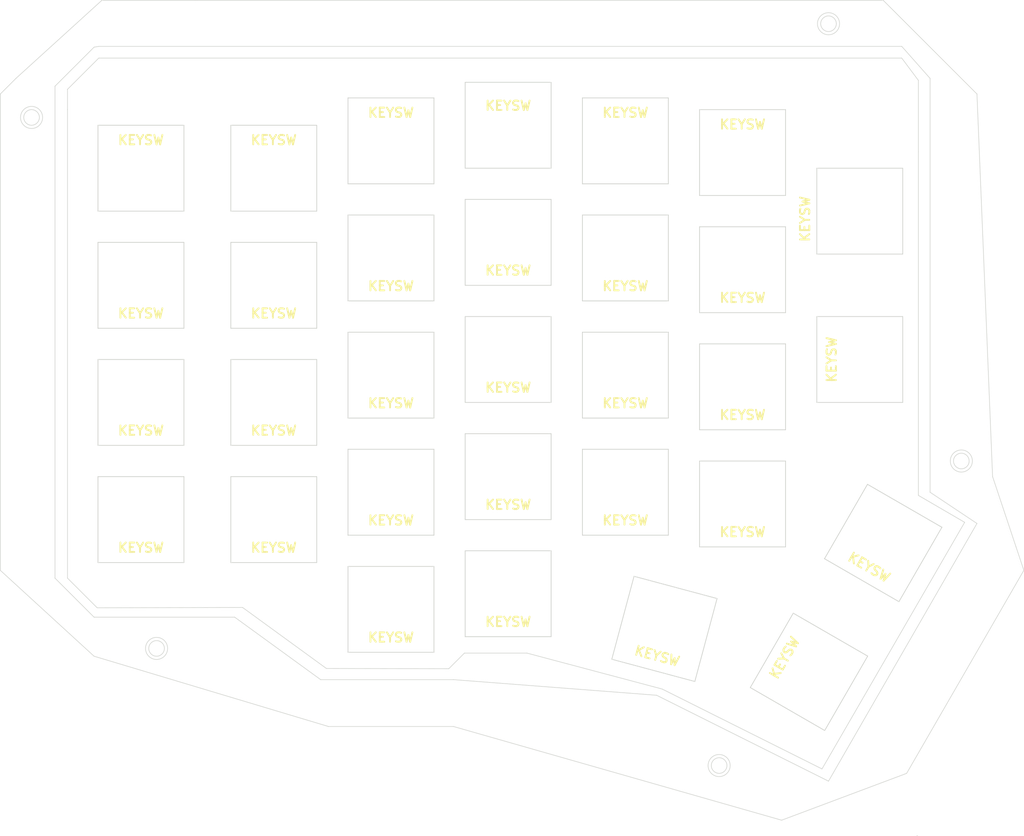
<source format=kicad_pcb>
(kicad_pcb (version 20171130) (host pcbnew "(5.1.2)-2")

  (general
    (thickness 1.6)
    (drawings 57)
    (tracks 0)
    (zones 0)
    (modules 31)
    (nets 1)
  )

  (page A4)
  (title_block
    (title "Redox keyboard PCB")
    (date 2018-05-05)
    (rev 1.0)
    (comment 1 "designed by Mattia Dal Ben (aka u/TiaMaT102)")
    (comment 2 https://github.com/mattdibi/redox-keyboard)
  )

  (layers
    (0 F.Cu signal)
    (31 B.Cu signal hide)
    (32 B.Adhes user hide)
    (33 F.Adhes user hide)
    (34 B.Paste user hide)
    (35 F.Paste user hide)
    (36 B.SilkS user hide)
    (37 F.SilkS user hide)
    (38 B.Mask user hide)
    (39 F.Mask user hide)
    (40 Dwgs.User user hide)
    (41 Cmts.User user hide)
    (42 Eco1.User user hide)
    (43 Eco2.User user hide)
    (44 Edge.Cuts user)
    (45 Margin user hide)
    (46 B.CrtYd user hide)
    (47 F.CrtYd user hide)
    (48 B.Fab user hide)
    (49 F.Fab user hide)
  )

  (setup
    (last_trace_width 0.25)
    (trace_clearance 0.2)
    (zone_clearance 0.508)
    (zone_45_only no)
    (trace_min 0.2)
    (via_size 0.6)
    (via_drill 0.4)
    (via_min_size 0.4)
    (via_min_drill 0.3)
    (uvia_size 0.3)
    (uvia_drill 0.1)
    (uvias_allowed no)
    (uvia_min_size 0.2)
    (uvia_min_drill 0.1)
    (edge_width 0.1)
    (segment_width 0.2)
    (pcb_text_width 0.3)
    (pcb_text_size 1.5 1.5)
    (mod_edge_width 0.15)
    (mod_text_size 1 1)
    (mod_text_width 0.15)
    (pad_size 1.5 1.5)
    (pad_drill 0.6)
    (pad_to_mask_clearance 0)
    (aux_axis_origin 0 0)
    (visible_elements 7FFFFFFF)
    (pcbplotparams
      (layerselection 0x010fc_ffffffff)
      (usegerberextensions true)
      (usegerberattributes false)
      (usegerberadvancedattributes false)
      (creategerberjobfile false)
      (excludeedgelayer true)
      (linewidth 0.100000)
      (plotframeref false)
      (viasonmask false)
      (mode 1)
      (useauxorigin false)
      (hpglpennumber 1)
      (hpglpenspeed 20)
      (hpglpendiameter 15.000000)
      (psnegative false)
      (psa4output false)
      (plotreference true)
      (plotvalue true)
      (plotinvisibletext false)
      (padsonsilk false)
      (subtractmaskfromsilk false)
      (outputformat 1)
      (mirror false)
      (drillshape 0)
      (scaleselection 1)
      (outputdirectory "gerber_files/"))
  )

  (net 0 "")

  (net_class Default "Questo è il gruppo di collegamenti predefinito"
    (clearance 0.2)
    (trace_width 0.25)
    (via_dia 0.6)
    (via_drill 0.4)
    (uvia_dia 0.3)
    (uvia_drill 0.1)
  )

  (module pcb:SW_Cherry_MX_1.00u_PCB (layer F.Cu) (tedit 5DB3E7C9) (tstamp 5A80A406)
    (at 151.13 59.69 180)
    (descr "Cherry MX keyswitch, 1.00u, PCB mount, http://cherryamericas.com/wp-content/uploads/2014/12/mx_cat.pdf")
    (tags "Cherry MX keyswitch 1.00u PCB")
    (path /5A809203)
    (fp_text reference K3 (at -0.22 2.79 180) (layer F.SilkS) hide
      (effects (font (size 1 1) (thickness 0.2)))
    )
    (fp_text value KEYSW (at 0 3.175 180) (layer F.SilkS)
      (effects (font (size 1.524 1.524) (thickness 0.3048)))
    )
    (fp_line (start -6.985 6.985) (end -6.985 -6.985) (layer Edge.Cuts) (width 0.12))
    (fp_line (start 6.985 6.985) (end -6.985 6.985) (layer Edge.Cuts) (width 0.12))
    (fp_line (start 6.985 -6.985) (end 6.985 6.985) (layer Edge.Cuts) (width 0.12))
    (fp_line (start -6.985 -6.985) (end 6.985 -6.985) (layer Edge.Cuts) (width 0.12))
    (fp_line (start -9.525 9.525) (end -9.525 -9.525) (layer Dwgs.User) (width 0.15))
    (fp_line (start 9.525 9.525) (end -9.525 9.525) (layer Dwgs.User) (width 0.15))
    (fp_line (start 9.525 -9.525) (end 9.525 9.525) (layer Dwgs.User) (width 0.15))
    (fp_line (start -9.525 -9.525) (end 9.525 -9.525) (layer Dwgs.User) (width 0.15))
    (fp_text user %R (at 0 -7.874) (layer F.Fab)
      (effects (font (size 1 1) (thickness 0.15)))
    )
    (model ${KISYS3DMOD}/Button_Switch_Keyboard.3dshapes/SW_Cherry_MX_1.00u_PCB.wrl
      (at (xyz 0 0 0))
      (scale (xyz 1 1 1))
      (rotate (xyz 0 0 0))
    )
  )

  (module pcb:SW_Cherry_MX_1.00u_PCB (layer F.Cu) (tedit 5DB3E7C9) (tstamp 5A80A523)
    (at 170.18 100.33)
    (descr "Cherry MX keyswitch, 1.00u, PCB mount, http://cherryamericas.com/wp-content/uploads/2014/12/mx_cat.pdf")
    (tags "Cherry MX keyswitch 1.00u PCB")
    (path /5A80ABBE)
    (fp_text reference K24 (at -0.22 2.79) (layer F.SilkS) hide
      (effects (font (size 1 1) (thickness 0.2)))
    )
    (fp_text value KEYSW (at 0 4.572) (layer F.SilkS)
      (effects (font (size 1.524 1.524) (thickness 0.3048)))
    )
    (fp_line (start -6.985 6.985) (end -6.985 -6.985) (layer Edge.Cuts) (width 0.12))
    (fp_line (start 6.985 6.985) (end -6.985 6.985) (layer Edge.Cuts) (width 0.12))
    (fp_line (start 6.985 -6.985) (end 6.985 6.985) (layer Edge.Cuts) (width 0.12))
    (fp_line (start -6.985 -6.985) (end 6.985 -6.985) (layer Edge.Cuts) (width 0.12))
    (fp_line (start -9.525 9.525) (end -9.525 -9.525) (layer Dwgs.User) (width 0.15))
    (fp_line (start 9.525 9.525) (end -9.525 9.525) (layer Dwgs.User) (width 0.15))
    (fp_line (start 9.525 -9.525) (end 9.525 9.525) (layer Dwgs.User) (width 0.15))
    (fp_line (start -9.525 -9.525) (end 9.525 -9.525) (layer Dwgs.User) (width 0.15))
    (fp_text user %R (at 0 -7.874) (layer F.Fab)
      (effects (font (size 1 1) (thickness 0.15)))
    )
    (model ${KISYS3DMOD}/Button_Switch_Keyboard.3dshapes/SW_Cherry_MX_1.00u_PCB.wrl
      (at (xyz 0 0 0))
      (scale (xyz 1 1 1))
      (rotate (xyz 0 0 0))
    )
  )

  (module pcb:SW_Cherry_MX_1.00u_PCB (layer F.Cu) (tedit 5DB3E7C9) (tstamp 5A80A640)
    (at 200.025 148.59 240)
    (descr "Cherry MX keyswitch, 1.00u, PCB mount, http://cherryamericas.com/wp-content/uploads/2014/12/mx_cat.pdf")
    (tags "Cherry MX keyswitch 1.00u PCB")
    (path /5A80E4D4)
    (fp_text reference K45 (at -0.254 2.794 240) (layer F.SilkS) hide
      (effects (font (size 1 1) (thickness 0.2)))
    )
    (fp_text value KEYSW (at 0 4.572 240) (layer F.SilkS)
      (effects (font (size 1.524 1.524) (thickness 0.3048)))
    )
    (fp_line (start -6.985 6.985) (end -6.985 -6.985) (layer Edge.Cuts) (width 0.12))
    (fp_line (start 6.985 6.985) (end -6.985 6.985) (layer Edge.Cuts) (width 0.12))
    (fp_line (start 6.985 -6.985) (end 6.985 6.985) (layer Edge.Cuts) (width 0.12))
    (fp_line (start -6.985 -6.985) (end 6.985 -6.985) (layer Edge.Cuts) (width 0.12))
    (fp_line (start -9.525 9.525) (end -9.525 -9.525) (layer Dwgs.User) (width 0.15))
    (fp_line (start 9.525 9.525) (end -9.525 9.525) (layer Dwgs.User) (width 0.15))
    (fp_line (start 9.525 -9.525) (end 9.525 9.525) (layer Dwgs.User) (width 0.15))
    (fp_line (start -9.525 -9.525) (end 9.525 -9.525) (layer Dwgs.User) (width 0.15))
    (fp_text user %R (at 0 -7.874 60) (layer F.Fab)
      (effects (font (size 1 1) (thickness 0.15)))
    )
    (model ${KISYS3DMOD}/Button_Switch_Keyboard.3dshapes/SW_Cherry_MX_1.00u_PCB.wrl
      (at (xyz 0 0 0))
      (scale (xyz 1 1 1))
      (rotate (xyz 0 0 0))
    )
  )

  (module pcb:SW_Cherry_MX_1.00u_PCB (layer F.Cu) (tedit 5DB3E7C9) (tstamp 5A80A4C4)
    (at 208.28 97.79 270)
    (descr "Cherry MX keyswitch, 1.00u, PCB mount, http://cherryamericas.com/wp-content/uploads/2014/12/mx_cat.pdf")
    (tags "Cherry MX keyswitch 1.00u PCB")
    (path /5A809C6B)
    (fp_text reference K16 (at -0.254 2.794 270) (layer F.SilkS) hide
      (effects (font (size 1 1) (thickness 0.2)))
    )
    (fp_text value KEYSW (at 0 4.572 270) (layer F.SilkS)
      (effects (font (size 1.524 1.524) (thickness 0.3048)))
    )
    (fp_line (start -6.985 6.985) (end -6.985 -6.985) (layer Edge.Cuts) (width 0.12))
    (fp_line (start 6.985 6.985) (end -6.985 6.985) (layer Edge.Cuts) (width 0.12))
    (fp_line (start 6.985 -6.985) (end 6.985 6.985) (layer Edge.Cuts) (width 0.12))
    (fp_line (start -6.985 -6.985) (end 6.985 -6.985) (layer Edge.Cuts) (width 0.12))
    (fp_line (start -9.525 9.525) (end -9.525 -9.525) (layer Dwgs.User) (width 0.15))
    (fp_line (start 9.525 9.525) (end -9.525 9.525) (layer Dwgs.User) (width 0.15))
    (fp_line (start 9.525 -9.525) (end 9.525 9.525) (layer Dwgs.User) (width 0.15))
    (fp_line (start -9.525 -9.525) (end 9.525 -9.525) (layer Dwgs.User) (width 0.15))
    (fp_text user %R (at 0 -7.874 90) (layer F.Fab)
      (effects (font (size 1 1) (thickness 0.15)))
    )
    (model ${KISYS3DMOD}/Button_Switch_Keyboard.3dshapes/SW_Cherry_MX_1.00u_PCB.wrl
      (at (xyz 0 0 0))
      (scale (xyz 1 1 1))
      (rotate (xyz 0 0 0))
    )
  )

  (module pcb:SW_Cherry_MX_1.00u_PCB (layer F.Cu) (tedit 5DB3E7C9) (tstamp 5A80A3E0)
    (at 113.03 66.675 180)
    (descr "Cherry MX keyswitch, 1.00u, PCB mount, http://cherryamericas.com/wp-content/uploads/2014/12/mx_cat.pdf")
    (tags "Cherry MX keyswitch 1.00u PCB")
    (path /5A809089)
    (fp_text reference K1 (at -0.22 2.79 180) (layer F.SilkS) hide
      (effects (font (size 1 1) (thickness 0.2)))
    )
    (fp_text value KEYSW (at 0 4.572 180) (layer F.SilkS)
      (effects (font (size 1.524 1.524) (thickness 0.3048)))
    )
    (fp_line (start -6.985 6.985) (end -6.985 -6.985) (layer Edge.Cuts) (width 0.12))
    (fp_line (start 6.985 6.985) (end -6.985 6.985) (layer Edge.Cuts) (width 0.12))
    (fp_line (start 6.985 -6.985) (end 6.985 6.985) (layer Edge.Cuts) (width 0.12))
    (fp_line (start -6.985 -6.985) (end 6.985 -6.985) (layer Edge.Cuts) (width 0.12))
    (fp_line (start -9.525 9.525) (end -9.525 -9.525) (layer Dwgs.User) (width 0.15))
    (fp_line (start 9.525 9.525) (end -9.525 9.525) (layer Dwgs.User) (width 0.15))
    (fp_line (start 9.525 -9.525) (end 9.525 9.525) (layer Dwgs.User) (width 0.15))
    (fp_line (start -9.525 -9.525) (end 9.525 -9.525) (layer Dwgs.User) (width 0.15))
    (fp_text user %R (at 0 -7.874) (layer F.Fab)
      (effects (font (size 1 1) (thickness 0.15)))
    )
    (model ${KISYS3DMOD}/Button_Switch_Keyboard.3dshapes/SW_Cherry_MX_1.00u_PCB.wrl
      (at (xyz 0 0 0))
      (scale (xyz 1 1 1))
      (rotate (xyz 0 0 0))
    )
  )

  (module pcb:SW_Cherry_MX_1.00u_PCB (layer F.Cu) (tedit 5DB3E7C9) (tstamp 5A80A3F3)
    (at 132.08 62.23 180)
    (descr "Cherry MX keyswitch, 1.00u, PCB mount, http://cherryamericas.com/wp-content/uploads/2014/12/mx_cat.pdf")
    (tags "Cherry MX keyswitch 1.00u PCB")
    (path /5A8091F6)
    (fp_text reference K2 (at -0.22 2.79 180) (layer F.SilkS) hide
      (effects (font (size 1 1) (thickness 0.2)))
    )
    (fp_text value KEYSW (at 0 4.572 180) (layer F.SilkS)
      (effects (font (size 1.524 1.524) (thickness 0.3048)))
    )
    (fp_line (start -6.985 6.985) (end -6.985 -6.985) (layer Edge.Cuts) (width 0.12))
    (fp_line (start 6.985 6.985) (end -6.985 6.985) (layer Edge.Cuts) (width 0.12))
    (fp_line (start 6.985 -6.985) (end 6.985 6.985) (layer Edge.Cuts) (width 0.12))
    (fp_line (start -6.985 -6.985) (end 6.985 -6.985) (layer Edge.Cuts) (width 0.12))
    (fp_line (start -9.525 9.525) (end -9.525 -9.525) (layer Dwgs.User) (width 0.15))
    (fp_line (start 9.525 9.525) (end -9.525 9.525) (layer Dwgs.User) (width 0.15))
    (fp_line (start 9.525 -9.525) (end 9.525 9.525) (layer Dwgs.User) (width 0.15))
    (fp_line (start -9.525 -9.525) (end 9.525 -9.525) (layer Dwgs.User) (width 0.15))
    (fp_text user %R (at 0 -7.874) (layer F.Fab)
      (effects (font (size 1 1) (thickness 0.15)))
    )
    (model ${KISYS3DMOD}/Button_Switch_Keyboard.3dshapes/SW_Cherry_MX_1.00u_PCB.wrl
      (at (xyz 0 0 0))
      (scale (xyz 1 1 1))
      (rotate (xyz 0 0 0))
    )
  )

  (module pcb:SW_Cherry_MX_1.00u_PCB (layer F.Cu) (tedit 5DB3E7C9) (tstamp 5A80A419)
    (at 170.18 62.23 180)
    (descr "Cherry MX keyswitch, 1.00u, PCB mount, http://cherryamericas.com/wp-content/uploads/2014/12/mx_cat.pdf")
    (tags "Cherry MX keyswitch 1.00u PCB")
    (path /5A80948D)
    (fp_text reference K4 (at -0.22 2.79 180) (layer F.SilkS) hide
      (effects (font (size 1 1) (thickness 0.2)))
    )
    (fp_text value KEYSW (at 0 4.572 180) (layer F.SilkS)
      (effects (font (size 1.524 1.524) (thickness 0.3048)))
    )
    (fp_line (start -6.985 6.985) (end -6.985 -6.985) (layer Edge.Cuts) (width 0.12))
    (fp_line (start 6.985 6.985) (end -6.985 6.985) (layer Edge.Cuts) (width 0.12))
    (fp_line (start 6.985 -6.985) (end 6.985 6.985) (layer Edge.Cuts) (width 0.12))
    (fp_line (start -6.985 -6.985) (end 6.985 -6.985) (layer Edge.Cuts) (width 0.12))
    (fp_line (start -9.525 9.525) (end -9.525 -9.525) (layer Dwgs.User) (width 0.15))
    (fp_line (start 9.525 9.525) (end -9.525 9.525) (layer Dwgs.User) (width 0.15))
    (fp_line (start 9.525 -9.525) (end 9.525 9.525) (layer Dwgs.User) (width 0.15))
    (fp_line (start -9.525 -9.525) (end 9.525 -9.525) (layer Dwgs.User) (width 0.15))
    (fp_text user %R (at 0 -7.874) (layer F.Fab)
      (effects (font (size 1 1) (thickness 0.15)))
    )
    (model ${KISYS3DMOD}/Button_Switch_Keyboard.3dshapes/SW_Cherry_MX_1.00u_PCB.wrl
      (at (xyz 0 0 0))
      (scale (xyz 1 1 1))
      (rotate (xyz 0 0 0))
    )
  )

  (module pcb:SW_Cherry_MX_1.00u_PCB (layer F.Cu) (tedit 5DB3E7C9) (tstamp 5A80A42C)
    (at 189.23 64.135 180)
    (descr "Cherry MX keyswitch, 1.00u, PCB mount, http://cherryamericas.com/wp-content/uploads/2014/12/mx_cat.pdf")
    (tags "Cherry MX keyswitch 1.00u PCB")
    (path /5A80949A)
    (fp_text reference K5 (at -0.22 2.79 180) (layer F.SilkS) hide
      (effects (font (size 1 1) (thickness 0.2)))
    )
    (fp_text value KEYSW (at 0 4.572 180) (layer F.SilkS)
      (effects (font (size 1.524 1.524) (thickness 0.3048)))
    )
    (fp_line (start -6.985 6.985) (end -6.985 -6.985) (layer Edge.Cuts) (width 0.12))
    (fp_line (start 6.985 6.985) (end -6.985 6.985) (layer Edge.Cuts) (width 0.12))
    (fp_line (start 6.985 -6.985) (end 6.985 6.985) (layer Edge.Cuts) (width 0.12))
    (fp_line (start -6.985 -6.985) (end 6.985 -6.985) (layer Edge.Cuts) (width 0.12))
    (fp_line (start -9.525 9.525) (end -9.525 -9.525) (layer Dwgs.User) (width 0.15))
    (fp_line (start 9.525 9.525) (end -9.525 9.525) (layer Dwgs.User) (width 0.15))
    (fp_line (start 9.525 -9.525) (end 9.525 9.525) (layer Dwgs.User) (width 0.15))
    (fp_line (start -9.525 -9.525) (end 9.525 -9.525) (layer Dwgs.User) (width 0.15))
    (fp_text user %R (at 0 -7.874) (layer F.Fab)
      (effects (font (size 1 1) (thickness 0.15)))
    )
    (model ${KISYS3DMOD}/Button_Switch_Keyboard.3dshapes/SW_Cherry_MX_1.00u_PCB.wrl
      (at (xyz 0 0 0))
      (scale (xyz 1 1 1))
      (rotate (xyz 0 0 0))
    )
  )

  (module pcb:SW_Cherry_MX_1.00u_PCB (layer F.Cu) (tedit 5DB3E7C9) (tstamp 5A80A43F)
    (at 208.28 73.66 180)
    (descr "Cherry MX keyswitch, 1.00u, PCB mount, http://cherryamericas.com/wp-content/uploads/2014/12/mx_cat.pdf")
    (tags "Cherry MX keyswitch 1.00u PCB")
    (path /5A8094A7)
    (fp_text reference K6 (at -0.22 2.79 180) (layer F.SilkS) hide
      (effects (font (size 1 1) (thickness 0.2)))
    )
    (fp_text value KEYSW (at 8.89 -1.27 270) (layer F.SilkS)
      (effects (font (size 1.524 1.524) (thickness 0.3048)))
    )
    (fp_line (start -6.985 6.985) (end -6.985 -6.985) (layer Edge.Cuts) (width 0.12))
    (fp_line (start 6.985 6.985) (end -6.985 6.985) (layer Edge.Cuts) (width 0.12))
    (fp_line (start 6.985 -6.985) (end 6.985 6.985) (layer Edge.Cuts) (width 0.12))
    (fp_line (start -6.985 -6.985) (end 6.985 -6.985) (layer Edge.Cuts) (width 0.12))
    (fp_line (start -9.525 9.525) (end -9.525 -9.525) (layer Dwgs.User) (width 0.15))
    (fp_line (start 9.525 9.525) (end -9.525 9.525) (layer Dwgs.User) (width 0.15))
    (fp_line (start 9.525 -9.525) (end 9.525 9.525) (layer Dwgs.User) (width 0.15))
    (fp_line (start -9.525 -9.525) (end 9.525 -9.525) (layer Dwgs.User) (width 0.15))
    (fp_text user %R (at 0 -7.874) (layer F.Fab)
      (effects (font (size 1 1) (thickness 0.15)))
    )
    (model ${KISYS3DMOD}/Button_Switch_Keyboard.3dshapes/SW_Cherry_MX_1.00u_PCB.wrl
      (at (xyz 0 0 0))
      (scale (xyz 1 1 1))
      (rotate (xyz 0 0 0))
    )
  )

  (module pcb:SW_Cherry_MX_1.00u_PCB (layer F.Cu) (tedit 5DB3E7C9) (tstamp 5A80A465)
    (at 113.03 85.725)
    (descr "Cherry MX keyswitch, 1.00u, PCB mount, http://cherryamericas.com/wp-content/uploads/2014/12/mx_cat.pdf")
    (tags "Cherry MX keyswitch 1.00u PCB")
    (path /5A809C2A)
    (fp_text reference K11 (at -0.22 2.79) (layer F.SilkS) hide
      (effects (font (size 1 1) (thickness 0.2)))
    )
    (fp_text value KEYSW (at 0 4.572) (layer F.SilkS)
      (effects (font (size 1.524 1.524) (thickness 0.3048)))
    )
    (fp_line (start -6.985 6.985) (end -6.985 -6.985) (layer Edge.Cuts) (width 0.12))
    (fp_line (start 6.985 6.985) (end -6.985 6.985) (layer Edge.Cuts) (width 0.12))
    (fp_line (start 6.985 -6.985) (end 6.985 6.985) (layer Edge.Cuts) (width 0.12))
    (fp_line (start -6.985 -6.985) (end 6.985 -6.985) (layer Edge.Cuts) (width 0.12))
    (fp_line (start -9.525 9.525) (end -9.525 -9.525) (layer Dwgs.User) (width 0.15))
    (fp_line (start 9.525 9.525) (end -9.525 9.525) (layer Dwgs.User) (width 0.15))
    (fp_line (start 9.525 -9.525) (end 9.525 9.525) (layer Dwgs.User) (width 0.15))
    (fp_line (start -9.525 -9.525) (end 9.525 -9.525) (layer Dwgs.User) (width 0.15))
    (fp_text user %R (at 0 -7.874) (layer F.Fab)
      (effects (font (size 1 1) (thickness 0.15)))
    )
    (model ${KISYS3DMOD}/Button_Switch_Keyboard.3dshapes/SW_Cherry_MX_1.00u_PCB.wrl
      (at (xyz 0 0 0))
      (scale (xyz 1 1 1))
      (rotate (xyz 0 0 0))
    )
  )

  (module pcb:SW_Cherry_MX_1.00u_PCB (layer F.Cu) (tedit 5DB3E7C9) (tstamp 5A80A478)
    (at 132.08 81.28)
    (descr "Cherry MX keyswitch, 1.00u, PCB mount, http://cherryamericas.com/wp-content/uploads/2014/12/mx_cat.pdf")
    (tags "Cherry MX keyswitch 1.00u PCB")
    (path /5A809C37)
    (fp_text reference K12 (at -0.22 2.79) (layer F.SilkS) hide
      (effects (font (size 1 1) (thickness 0.2)))
    )
    (fp_text value KEYSW (at 0 4.572) (layer F.SilkS)
      (effects (font (size 1.524 1.524) (thickness 0.3048)))
    )
    (fp_line (start -6.985 6.985) (end -6.985 -6.985) (layer Edge.Cuts) (width 0.12))
    (fp_line (start 6.985 6.985) (end -6.985 6.985) (layer Edge.Cuts) (width 0.12))
    (fp_line (start 6.985 -6.985) (end 6.985 6.985) (layer Edge.Cuts) (width 0.12))
    (fp_line (start -6.985 -6.985) (end 6.985 -6.985) (layer Edge.Cuts) (width 0.12))
    (fp_line (start -9.525 9.525) (end -9.525 -9.525) (layer Dwgs.User) (width 0.15))
    (fp_line (start 9.525 9.525) (end -9.525 9.525) (layer Dwgs.User) (width 0.15))
    (fp_line (start 9.525 -9.525) (end 9.525 9.525) (layer Dwgs.User) (width 0.15))
    (fp_line (start -9.525 -9.525) (end 9.525 -9.525) (layer Dwgs.User) (width 0.15))
    (fp_text user %R (at 0 -7.874) (layer F.Fab)
      (effects (font (size 1 1) (thickness 0.15)))
    )
    (model ${KISYS3DMOD}/Button_Switch_Keyboard.3dshapes/SW_Cherry_MX_1.00u_PCB.wrl
      (at (xyz 0 0 0))
      (scale (xyz 1 1 1))
      (rotate (xyz 0 0 0))
    )
  )

  (module pcb:SW_Cherry_MX_1.00u_PCB (layer F.Cu) (tedit 5DB3E7C9) (tstamp 5A80A48B)
    (at 151.13 78.74)
    (descr "Cherry MX keyswitch, 1.00u, PCB mount, http://cherryamericas.com/wp-content/uploads/2014/12/mx_cat.pdf")
    (tags "Cherry MX keyswitch 1.00u PCB")
    (path /5A809C44)
    (fp_text reference K13 (at -0.22 2.79) (layer F.SilkS) hide
      (effects (font (size 1 1) (thickness 0.2)))
    )
    (fp_text value KEYSW (at 0 4.572) (layer F.SilkS)
      (effects (font (size 1.524 1.524) (thickness 0.3048)))
    )
    (fp_line (start -6.985 6.985) (end -6.985 -6.985) (layer Edge.Cuts) (width 0.12))
    (fp_line (start 6.985 6.985) (end -6.985 6.985) (layer Edge.Cuts) (width 0.12))
    (fp_line (start 6.985 -6.985) (end 6.985 6.985) (layer Edge.Cuts) (width 0.12))
    (fp_line (start -6.985 -6.985) (end 6.985 -6.985) (layer Edge.Cuts) (width 0.12))
    (fp_line (start -9.525 9.525) (end -9.525 -9.525) (layer Dwgs.User) (width 0.15))
    (fp_line (start 9.525 9.525) (end -9.525 9.525) (layer Dwgs.User) (width 0.15))
    (fp_line (start 9.525 -9.525) (end 9.525 9.525) (layer Dwgs.User) (width 0.15))
    (fp_line (start -9.525 -9.525) (end 9.525 -9.525) (layer Dwgs.User) (width 0.15))
    (fp_text user %R (at 0 -7.874) (layer F.Fab)
      (effects (font (size 1 1) (thickness 0.15)))
    )
    (model ${KISYS3DMOD}/Button_Switch_Keyboard.3dshapes/SW_Cherry_MX_1.00u_PCB.wrl
      (at (xyz 0 0 0))
      (scale (xyz 1 1 1))
      (rotate (xyz 0 0 0))
    )
  )

  (module pcb:SW_Cherry_MX_1.00u_PCB (layer F.Cu) (tedit 5DB3E7C9) (tstamp 5A80A49E)
    (at 170.18 81.28)
    (descr "Cherry MX keyswitch, 1.00u, PCB mount, http://cherryamericas.com/wp-content/uploads/2014/12/mx_cat.pdf")
    (tags "Cherry MX keyswitch 1.00u PCB")
    (path /5A809C51)
    (fp_text reference K14 (at -0.22 2.79) (layer F.SilkS) hide
      (effects (font (size 1 1) (thickness 0.2)))
    )
    (fp_text value KEYSW (at 0 4.572) (layer F.SilkS)
      (effects (font (size 1.524 1.524) (thickness 0.3048)))
    )
    (fp_line (start -6.985 6.985) (end -6.985 -6.985) (layer Edge.Cuts) (width 0.12))
    (fp_line (start 6.985 6.985) (end -6.985 6.985) (layer Edge.Cuts) (width 0.12))
    (fp_line (start 6.985 -6.985) (end 6.985 6.985) (layer Edge.Cuts) (width 0.12))
    (fp_line (start -6.985 -6.985) (end 6.985 -6.985) (layer Edge.Cuts) (width 0.12))
    (fp_line (start -9.525 9.525) (end -9.525 -9.525) (layer Dwgs.User) (width 0.15))
    (fp_line (start 9.525 9.525) (end -9.525 9.525) (layer Dwgs.User) (width 0.15))
    (fp_line (start 9.525 -9.525) (end 9.525 9.525) (layer Dwgs.User) (width 0.15))
    (fp_line (start -9.525 -9.525) (end 9.525 -9.525) (layer Dwgs.User) (width 0.15))
    (fp_text user %R (at 0 -7.874) (layer F.Fab)
      (effects (font (size 1 1) (thickness 0.15)))
    )
    (model ${KISYS3DMOD}/Button_Switch_Keyboard.3dshapes/SW_Cherry_MX_1.00u_PCB.wrl
      (at (xyz 0 0 0))
      (scale (xyz 1 1 1))
      (rotate (xyz 0 0 0))
    )
  )

  (module pcb:SW_Cherry_MX_1.00u_PCB (layer F.Cu) (tedit 5DB3E7C9) (tstamp 5A80A4B1)
    (at 189.23 83.185)
    (descr "Cherry MX keyswitch, 1.00u, PCB mount, http://cherryamericas.com/wp-content/uploads/2014/12/mx_cat.pdf")
    (tags "Cherry MX keyswitch 1.00u PCB")
    (path /5A809C5E)
    (fp_text reference K15 (at -0.22 2.79) (layer F.SilkS) hide
      (effects (font (size 1 1) (thickness 0.2)))
    )
    (fp_text value KEYSW (at 0 4.572) (layer F.SilkS)
      (effects (font (size 1.524 1.524) (thickness 0.3048)))
    )
    (fp_line (start -6.985 6.985) (end -6.985 -6.985) (layer Edge.Cuts) (width 0.12))
    (fp_line (start 6.985 6.985) (end -6.985 6.985) (layer Edge.Cuts) (width 0.12))
    (fp_line (start 6.985 -6.985) (end 6.985 6.985) (layer Edge.Cuts) (width 0.12))
    (fp_line (start -6.985 -6.985) (end 6.985 -6.985) (layer Edge.Cuts) (width 0.12))
    (fp_line (start -9.525 9.525) (end -9.525 -9.525) (layer Dwgs.User) (width 0.15))
    (fp_line (start 9.525 9.525) (end -9.525 9.525) (layer Dwgs.User) (width 0.15))
    (fp_line (start 9.525 -9.525) (end 9.525 9.525) (layer Dwgs.User) (width 0.15))
    (fp_line (start -9.525 -9.525) (end 9.525 -9.525) (layer Dwgs.User) (width 0.15))
    (fp_text user %R (at 0 -7.874) (layer F.Fab)
      (effects (font (size 1 1) (thickness 0.15)))
    )
    (model ${KISYS3DMOD}/Button_Switch_Keyboard.3dshapes/SW_Cherry_MX_1.00u_PCB.wrl
      (at (xyz 0 0 0))
      (scale (xyz 1 1 1))
      (rotate (xyz 0 0 0))
    )
  )

  (module pcb:SW_Cherry_MX_1.00u_PCB (layer F.Cu) (tedit 5DB3E7C9) (tstamp 5A80A4EA)
    (at 113.03 104.775)
    (descr "Cherry MX keyswitch, 1.00u, PCB mount, http://cherryamericas.com/wp-content/uploads/2014/12/mx_cat.pdf")
    (tags "Cherry MX keyswitch 1.00u PCB")
    (path /5A80AB97)
    (fp_text reference K21 (at -0.22 2.79) (layer F.SilkS) hide
      (effects (font (size 1 1) (thickness 0.2)))
    )
    (fp_text value KEYSW (at 0 4.572) (layer F.SilkS)
      (effects (font (size 1.524 1.524) (thickness 0.3048)))
    )
    (fp_line (start -6.985 6.985) (end -6.985 -6.985) (layer Edge.Cuts) (width 0.12))
    (fp_line (start 6.985 6.985) (end -6.985 6.985) (layer Edge.Cuts) (width 0.12))
    (fp_line (start 6.985 -6.985) (end 6.985 6.985) (layer Edge.Cuts) (width 0.12))
    (fp_line (start -6.985 -6.985) (end 6.985 -6.985) (layer Edge.Cuts) (width 0.12))
    (fp_line (start -9.525 9.525) (end -9.525 -9.525) (layer Dwgs.User) (width 0.15))
    (fp_line (start 9.525 9.525) (end -9.525 9.525) (layer Dwgs.User) (width 0.15))
    (fp_line (start 9.525 -9.525) (end 9.525 9.525) (layer Dwgs.User) (width 0.15))
    (fp_line (start -9.525 -9.525) (end 9.525 -9.525) (layer Dwgs.User) (width 0.15))
    (fp_text user %R (at 0 -7.874) (layer F.Fab)
      (effects (font (size 1 1) (thickness 0.15)))
    )
    (model ${KISYS3DMOD}/Button_Switch_Keyboard.3dshapes/SW_Cherry_MX_1.00u_PCB.wrl
      (at (xyz 0 0 0))
      (scale (xyz 1 1 1))
      (rotate (xyz 0 0 0))
    )
  )

  (module pcb:SW_Cherry_MX_1.00u_PCB (layer F.Cu) (tedit 5DB3E7C9) (tstamp 5A80A4FD)
    (at 132.08 100.33)
    (descr "Cherry MX keyswitch, 1.00u, PCB mount, http://cherryamericas.com/wp-content/uploads/2014/12/mx_cat.pdf")
    (tags "Cherry MX keyswitch 1.00u PCB")
    (path /5A80ABA4)
    (fp_text reference K22 (at -0.22 2.79) (layer F.SilkS) hide
      (effects (font (size 1 1) (thickness 0.2)))
    )
    (fp_text value KEYSW (at 0 4.572) (layer F.SilkS)
      (effects (font (size 1.524 1.524) (thickness 0.3048)))
    )
    (fp_line (start -6.985 6.985) (end -6.985 -6.985) (layer Edge.Cuts) (width 0.12))
    (fp_line (start 6.985 6.985) (end -6.985 6.985) (layer Edge.Cuts) (width 0.12))
    (fp_line (start 6.985 -6.985) (end 6.985 6.985) (layer Edge.Cuts) (width 0.12))
    (fp_line (start -6.985 -6.985) (end 6.985 -6.985) (layer Edge.Cuts) (width 0.12))
    (fp_line (start -9.525 9.525) (end -9.525 -9.525) (layer Dwgs.User) (width 0.15))
    (fp_line (start 9.525 9.525) (end -9.525 9.525) (layer Dwgs.User) (width 0.15))
    (fp_line (start 9.525 -9.525) (end 9.525 9.525) (layer Dwgs.User) (width 0.15))
    (fp_line (start -9.525 -9.525) (end 9.525 -9.525) (layer Dwgs.User) (width 0.15))
    (fp_text user %R (at 0 -7.874) (layer F.Fab)
      (effects (font (size 1 1) (thickness 0.15)))
    )
    (model ${KISYS3DMOD}/Button_Switch_Keyboard.3dshapes/SW_Cherry_MX_1.00u_PCB.wrl
      (at (xyz 0 0 0))
      (scale (xyz 1 1 1))
      (rotate (xyz 0 0 0))
    )
  )

  (module pcb:SW_Cherry_MX_1.00u_PCB (layer F.Cu) (tedit 5DB3E7C9) (tstamp 5A80A510)
    (at 151.13 97.79)
    (descr "Cherry MX keyswitch, 1.00u, PCB mount, http://cherryamericas.com/wp-content/uploads/2014/12/mx_cat.pdf")
    (tags "Cherry MX keyswitch 1.00u PCB")
    (path /5A80ABB1)
    (fp_text reference K23 (at -0.22 2.79) (layer F.SilkS) hide
      (effects (font (size 1 1) (thickness 0.2)))
    )
    (fp_text value KEYSW (at 0 4.572) (layer F.SilkS)
      (effects (font (size 1.524 1.524) (thickness 0.3048)))
    )
    (fp_line (start -6.985 6.985) (end -6.985 -6.985) (layer Edge.Cuts) (width 0.12))
    (fp_line (start 6.985 6.985) (end -6.985 6.985) (layer Edge.Cuts) (width 0.12))
    (fp_line (start 6.985 -6.985) (end 6.985 6.985) (layer Edge.Cuts) (width 0.12))
    (fp_line (start -6.985 -6.985) (end 6.985 -6.985) (layer Edge.Cuts) (width 0.12))
    (fp_line (start -9.525 9.525) (end -9.525 -9.525) (layer Dwgs.User) (width 0.15))
    (fp_line (start 9.525 9.525) (end -9.525 9.525) (layer Dwgs.User) (width 0.15))
    (fp_line (start 9.525 -9.525) (end 9.525 9.525) (layer Dwgs.User) (width 0.15))
    (fp_line (start -9.525 -9.525) (end 9.525 -9.525) (layer Dwgs.User) (width 0.15))
    (fp_text user %R (at 0 -7.874) (layer F.Fab)
      (effects (font (size 1 1) (thickness 0.15)))
    )
    (model ${KISYS3DMOD}/Button_Switch_Keyboard.3dshapes/SW_Cherry_MX_1.00u_PCB.wrl
      (at (xyz 0 0 0))
      (scale (xyz 1 1 1))
      (rotate (xyz 0 0 0))
    )
  )

  (module pcb:SW_Cherry_MX_1.00u_PCB (layer F.Cu) (tedit 5DB3E7C9) (tstamp 5A80A536)
    (at 189.23 102.235)
    (descr "Cherry MX keyswitch, 1.00u, PCB mount, http://cherryamericas.com/wp-content/uploads/2014/12/mx_cat.pdf")
    (tags "Cherry MX keyswitch 1.00u PCB")
    (path /5A80ABCB)
    (fp_text reference K25 (at -0.22 2.79) (layer F.SilkS) hide
      (effects (font (size 1 1) (thickness 0.2)))
    )
    (fp_text value KEYSW (at 0 4.572) (layer F.SilkS)
      (effects (font (size 1.524 1.524) (thickness 0.3048)))
    )
    (fp_line (start -6.985 6.985) (end -6.985 -6.985) (layer Edge.Cuts) (width 0.12))
    (fp_line (start 6.985 6.985) (end -6.985 6.985) (layer Edge.Cuts) (width 0.12))
    (fp_line (start 6.985 -6.985) (end 6.985 6.985) (layer Edge.Cuts) (width 0.12))
    (fp_line (start -6.985 -6.985) (end 6.985 -6.985) (layer Edge.Cuts) (width 0.12))
    (fp_line (start -9.525 9.525) (end -9.525 -9.525) (layer Dwgs.User) (width 0.15))
    (fp_line (start 9.525 9.525) (end -9.525 9.525) (layer Dwgs.User) (width 0.15))
    (fp_line (start 9.525 -9.525) (end 9.525 9.525) (layer Dwgs.User) (width 0.15))
    (fp_line (start -9.525 -9.525) (end 9.525 -9.525) (layer Dwgs.User) (width 0.15))
    (fp_text user %R (at 0 -7.874) (layer F.Fab)
      (effects (font (size 1 1) (thickness 0.15)))
    )
    (model ${KISYS3DMOD}/Button_Switch_Keyboard.3dshapes/SW_Cherry_MX_1.00u_PCB.wrl
      (at (xyz 0 0 0))
      (scale (xyz 1 1 1))
      (rotate (xyz 0 0 0))
    )
  )

  (module pcb:SW_Cherry_MX_1.00u_PCB (layer F.Cu) (tedit 5DB3E7C9) (tstamp 5A80A549)
    (at 212.09 127.635 330)
    (descr "Cherry MX keyswitch, 1.00u, PCB mount, http://cherryamericas.com/wp-content/uploads/2014/12/mx_cat.pdf")
    (tags "Cherry MX keyswitch 1.00u PCB")
    (path /5A80ABD8)
    (fp_text reference K26 (at -0.22 2.79 330) (layer F.SilkS) hide
      (effects (font (size 1 1) (thickness 0.2)))
    )
    (fp_text value KEYSW (at 0 4.572 330) (layer F.SilkS)
      (effects (font (size 1.524 1.524) (thickness 0.3048)))
    )
    (fp_line (start -6.985 6.985) (end -6.985 -6.985) (layer Edge.Cuts) (width 0.12))
    (fp_line (start 6.985 6.985) (end -6.985 6.985) (layer Edge.Cuts) (width 0.12))
    (fp_line (start 6.985 -6.985) (end 6.985 6.985) (layer Edge.Cuts) (width 0.12))
    (fp_line (start -6.985 -6.985) (end 6.985 -6.985) (layer Edge.Cuts) (width 0.12))
    (fp_line (start -9.525 9.525) (end -9.525 -9.525) (layer Dwgs.User) (width 0.15))
    (fp_line (start 9.525 9.525) (end -9.525 9.525) (layer Dwgs.User) (width 0.15))
    (fp_line (start 9.525 -9.525) (end 9.525 9.525) (layer Dwgs.User) (width 0.15))
    (fp_line (start -9.525 -9.525) (end 9.525 -9.525) (layer Dwgs.User) (width 0.15))
    (fp_text user %R (at 0 -7.874 150) (layer F.Fab)
      (effects (font (size 1 1) (thickness 0.15)))
    )
    (model ${KISYS3DMOD}/Button_Switch_Keyboard.3dshapes/SW_Cherry_MX_1.00u_PCB.wrl
      (at (xyz 0 0 0))
      (scale (xyz 1 1 1))
      (rotate (xyz 0 0 0))
    )
  )

  (module pcb:SW_Cherry_MX_1.00u_PCB (layer F.Cu) (tedit 5DB3E7C9) (tstamp 5A80A56F)
    (at 113.03 123.825)
    (descr "Cherry MX keyswitch, 1.00u, PCB mount, http://cherryamericas.com/wp-content/uploads/2014/12/mx_cat.pdf")
    (tags "Cherry MX keyswitch 1.00u PCB")
    (path /5A80ABF8)
    (fp_text reference K31 (at -0.22 2.79) (layer F.SilkS) hide
      (effects (font (size 1 1) (thickness 0.2)))
    )
    (fp_text value KEYSW (at 0 4.572) (layer F.SilkS)
      (effects (font (size 1.524 1.524) (thickness 0.3048)))
    )
    (fp_line (start -6.985 6.985) (end -6.985 -6.985) (layer Edge.Cuts) (width 0.12))
    (fp_line (start 6.985 6.985) (end -6.985 6.985) (layer Edge.Cuts) (width 0.12))
    (fp_line (start 6.985 -6.985) (end 6.985 6.985) (layer Edge.Cuts) (width 0.12))
    (fp_line (start -6.985 -6.985) (end 6.985 -6.985) (layer Edge.Cuts) (width 0.12))
    (fp_line (start -9.525 9.525) (end -9.525 -9.525) (layer Dwgs.User) (width 0.15))
    (fp_line (start 9.525 9.525) (end -9.525 9.525) (layer Dwgs.User) (width 0.15))
    (fp_line (start 9.525 -9.525) (end 9.525 9.525) (layer Dwgs.User) (width 0.15))
    (fp_line (start -9.525 -9.525) (end 9.525 -9.525) (layer Dwgs.User) (width 0.15))
    (fp_text user %R (at 0 -7.874) (layer F.Fab)
      (effects (font (size 1 1) (thickness 0.15)))
    )
    (model ${KISYS3DMOD}/Button_Switch_Keyboard.3dshapes/SW_Cherry_MX_1.00u_PCB.wrl
      (at (xyz 0 0 0))
      (scale (xyz 1 1 1))
      (rotate (xyz 0 0 0))
    )
  )

  (module pcb:SW_Cherry_MX_1.00u_PCB (layer F.Cu) (tedit 5DB3E7C9) (tstamp 5A80A582)
    (at 132.08 119.38)
    (descr "Cherry MX keyswitch, 1.00u, PCB mount, http://cherryamericas.com/wp-content/uploads/2014/12/mx_cat.pdf")
    (tags "Cherry MX keyswitch 1.00u PCB")
    (path /5A80AC05)
    (fp_text reference K32 (at -0.22 2.79) (layer F.SilkS) hide
      (effects (font (size 1 1) (thickness 0.2)))
    )
    (fp_text value KEYSW (at 0 4.572) (layer F.SilkS)
      (effects (font (size 1.524 1.524) (thickness 0.3048)))
    )
    (fp_line (start -6.985 6.985) (end -6.985 -6.985) (layer Edge.Cuts) (width 0.12))
    (fp_line (start 6.985 6.985) (end -6.985 6.985) (layer Edge.Cuts) (width 0.12))
    (fp_line (start 6.985 -6.985) (end 6.985 6.985) (layer Edge.Cuts) (width 0.12))
    (fp_line (start -6.985 -6.985) (end 6.985 -6.985) (layer Edge.Cuts) (width 0.12))
    (fp_line (start -9.525 9.525) (end -9.525 -9.525) (layer Dwgs.User) (width 0.15))
    (fp_line (start 9.525 9.525) (end -9.525 9.525) (layer Dwgs.User) (width 0.15))
    (fp_line (start 9.525 -9.525) (end 9.525 9.525) (layer Dwgs.User) (width 0.15))
    (fp_line (start -9.525 -9.525) (end 9.525 -9.525) (layer Dwgs.User) (width 0.15))
    (fp_text user %R (at 0 -7.874) (layer F.Fab)
      (effects (font (size 1 1) (thickness 0.15)))
    )
    (model ${KISYS3DMOD}/Button_Switch_Keyboard.3dshapes/SW_Cherry_MX_1.00u_PCB.wrl
      (at (xyz 0 0 0))
      (scale (xyz 1 1 1))
      (rotate (xyz 0 0 0))
    )
  )

  (module pcb:SW_Cherry_MX_1.00u_PCB (layer F.Cu) (tedit 5DB3E7C9) (tstamp 5A80A595)
    (at 151.13 116.84)
    (descr "Cherry MX keyswitch, 1.00u, PCB mount, http://cherryamericas.com/wp-content/uploads/2014/12/mx_cat.pdf")
    (tags "Cherry MX keyswitch 1.00u PCB")
    (path /5A80AC12)
    (fp_text reference K33 (at -0.22 2.79) (layer F.SilkS) hide
      (effects (font (size 1 1) (thickness 0.2)))
    )
    (fp_text value KEYSW (at 0 4.572) (layer F.SilkS)
      (effects (font (size 1.524 1.524) (thickness 0.3048)))
    )
    (fp_line (start -6.985 6.985) (end -6.985 -6.985) (layer Edge.Cuts) (width 0.12))
    (fp_line (start 6.985 6.985) (end -6.985 6.985) (layer Edge.Cuts) (width 0.12))
    (fp_line (start 6.985 -6.985) (end 6.985 6.985) (layer Edge.Cuts) (width 0.12))
    (fp_line (start -6.985 -6.985) (end 6.985 -6.985) (layer Edge.Cuts) (width 0.12))
    (fp_line (start -9.525 9.525) (end -9.525 -9.525) (layer Dwgs.User) (width 0.15))
    (fp_line (start 9.525 9.525) (end -9.525 9.525) (layer Dwgs.User) (width 0.15))
    (fp_line (start 9.525 -9.525) (end 9.525 9.525) (layer Dwgs.User) (width 0.15))
    (fp_line (start -9.525 -9.525) (end 9.525 -9.525) (layer Dwgs.User) (width 0.15))
    (fp_text user %R (at 0 -7.874) (layer F.Fab)
      (effects (font (size 1 1) (thickness 0.15)))
    )
    (model ${KISYS3DMOD}/Button_Switch_Keyboard.3dshapes/SW_Cherry_MX_1.00u_PCB.wrl
      (at (xyz 0 0 0))
      (scale (xyz 1 1 1))
      (rotate (xyz 0 0 0))
    )
  )

  (module pcb:SW_Cherry_MX_1.00u_PCB (layer F.Cu) (tedit 5DB3E7C9) (tstamp 5A80A5A8)
    (at 170.18 119.38)
    (descr "Cherry MX keyswitch, 1.00u, PCB mount, http://cherryamericas.com/wp-content/uploads/2014/12/mx_cat.pdf")
    (tags "Cherry MX keyswitch 1.00u PCB")
    (path /5A80AC1F)
    (fp_text reference K34 (at -0.22 2.79) (layer F.SilkS) hide
      (effects (font (size 1 1) (thickness 0.2)))
    )
    (fp_text value KEYSW (at 0 4.572) (layer F.SilkS)
      (effects (font (size 1.524 1.524) (thickness 0.3048)))
    )
    (fp_line (start -6.985 6.985) (end -6.985 -6.985) (layer Edge.Cuts) (width 0.12))
    (fp_line (start 6.985 6.985) (end -6.985 6.985) (layer Edge.Cuts) (width 0.12))
    (fp_line (start 6.985 -6.985) (end 6.985 6.985) (layer Edge.Cuts) (width 0.12))
    (fp_line (start -6.985 -6.985) (end 6.985 -6.985) (layer Edge.Cuts) (width 0.12))
    (fp_line (start -9.525 9.525) (end -9.525 -9.525) (layer Dwgs.User) (width 0.15))
    (fp_line (start 9.525 9.525) (end -9.525 9.525) (layer Dwgs.User) (width 0.15))
    (fp_line (start 9.525 -9.525) (end 9.525 9.525) (layer Dwgs.User) (width 0.15))
    (fp_line (start -9.525 -9.525) (end 9.525 -9.525) (layer Dwgs.User) (width 0.15))
    (fp_text user %R (at 0 -7.874) (layer F.Fab)
      (effects (font (size 1 1) (thickness 0.15)))
    )
    (model ${KISYS3DMOD}/Button_Switch_Keyboard.3dshapes/SW_Cherry_MX_1.00u_PCB.wrl
      (at (xyz 0 0 0))
      (scale (xyz 1 1 1))
      (rotate (xyz 0 0 0))
    )
  )

  (module pcb:SW_Cherry_MX_1.00u_PCB (layer F.Cu) (tedit 5DB3E7C9) (tstamp 5A80A5BB)
    (at 189.23 121.285)
    (descr "Cherry MX keyswitch, 1.00u, PCB mount, http://cherryamericas.com/wp-content/uploads/2014/12/mx_cat.pdf")
    (tags "Cherry MX keyswitch 1.00u PCB")
    (path /5A80AC2C)
    (fp_text reference K35 (at -0.22 2.79) (layer F.SilkS) hide
      (effects (font (size 1 1) (thickness 0.2)))
    )
    (fp_text value KEYSW (at 0 4.572) (layer F.SilkS)
      (effects (font (size 1.524 1.524) (thickness 0.3048)))
    )
    (fp_line (start -6.985 6.985) (end -6.985 -6.985) (layer Edge.Cuts) (width 0.12))
    (fp_line (start 6.985 6.985) (end -6.985 6.985) (layer Edge.Cuts) (width 0.12))
    (fp_line (start 6.985 -6.985) (end 6.985 6.985) (layer Edge.Cuts) (width 0.12))
    (fp_line (start -6.985 -6.985) (end 6.985 -6.985) (layer Edge.Cuts) (width 0.12))
    (fp_line (start -9.525 9.525) (end -9.525 -9.525) (layer Dwgs.User) (width 0.15))
    (fp_line (start 9.525 9.525) (end -9.525 9.525) (layer Dwgs.User) (width 0.15))
    (fp_line (start 9.525 -9.525) (end 9.525 9.525) (layer Dwgs.User) (width 0.15))
    (fp_line (start -9.525 -9.525) (end 9.525 -9.525) (layer Dwgs.User) (width 0.15))
    (fp_text user %R (at 0 -7.874) (layer F.Fab)
      (effects (font (size 1 1) (thickness 0.15)))
    )
    (model ${KISYS3DMOD}/Button_Switch_Keyboard.3dshapes/SW_Cherry_MX_1.00u_PCB.wrl
      (at (xyz 0 0 0))
      (scale (xyz 1 1 1))
      (rotate (xyz 0 0 0))
    )
  )

  (module pcb:SW_Cherry_MX_1.00u_PCB (layer F.Cu) (tedit 5DB3E7C9) (tstamp 5A80A607)
    (at 132.08 138.43)
    (descr "Cherry MX keyswitch, 1.00u, PCB mount, http://cherryamericas.com/wp-content/uploads/2014/12/mx_cat.pdf")
    (tags "Cherry MX keyswitch 1.00u PCB")
    (path /5A80E4AD)
    (fp_text reference K42 (at -0.22 2.79) (layer F.SilkS) hide
      (effects (font (size 1 1) (thickness 0.2)))
    )
    (fp_text value KEYSW (at 0 4.572) (layer F.SilkS)
      (effects (font (size 1.524 1.524) (thickness 0.3048)))
    )
    (fp_line (start -6.985 6.985) (end -6.985 -6.985) (layer Edge.Cuts) (width 0.12))
    (fp_line (start 6.985 6.985) (end -6.985 6.985) (layer Edge.Cuts) (width 0.12))
    (fp_line (start 6.985 -6.985) (end 6.985 6.985) (layer Edge.Cuts) (width 0.12))
    (fp_line (start -6.985 -6.985) (end 6.985 -6.985) (layer Edge.Cuts) (width 0.12))
    (fp_line (start -9.525 9.525) (end -9.525 -9.525) (layer Dwgs.User) (width 0.15))
    (fp_line (start 9.525 9.525) (end -9.525 9.525) (layer Dwgs.User) (width 0.15))
    (fp_line (start 9.525 -9.525) (end 9.525 9.525) (layer Dwgs.User) (width 0.15))
    (fp_line (start -9.525 -9.525) (end 9.525 -9.525) (layer Dwgs.User) (width 0.15))
    (fp_text user %R (at 0 -7.874) (layer F.Fab)
      (effects (font (size 1 1) (thickness 0.15)))
    )
    (model ${KISYS3DMOD}/Button_Switch_Keyboard.3dshapes/SW_Cherry_MX_1.00u_PCB.wrl
      (at (xyz 0 0 0))
      (scale (xyz 1 1 1))
      (rotate (xyz 0 0 0))
    )
  )

  (module pcb:SW_Cherry_MX_1.00u_PCB (layer F.Cu) (tedit 5DB3E7C9) (tstamp 5A80A61A)
    (at 151.13 135.89)
    (descr "Cherry MX keyswitch, 1.00u, PCB mount, http://cherryamericas.com/wp-content/uploads/2014/12/mx_cat.pdf")
    (tags "Cherry MX keyswitch 1.00u PCB")
    (path /5A80E4BA)
    (fp_text reference K43 (at -0.22 2.79) (layer F.SilkS) hide
      (effects (font (size 1 1) (thickness 0.2)))
    )
    (fp_text value KEYSW (at 0 4.572) (layer F.SilkS)
      (effects (font (size 1.524 1.524) (thickness 0.3048)))
    )
    (fp_line (start -6.985 6.985) (end -6.985 -6.985) (layer Edge.Cuts) (width 0.12))
    (fp_line (start 6.985 6.985) (end -6.985 6.985) (layer Edge.Cuts) (width 0.12))
    (fp_line (start 6.985 -6.985) (end 6.985 6.985) (layer Edge.Cuts) (width 0.12))
    (fp_line (start -6.985 -6.985) (end 6.985 -6.985) (layer Edge.Cuts) (width 0.12))
    (fp_line (start -9.525 9.525) (end -9.525 -9.525) (layer Dwgs.User) (width 0.15))
    (fp_line (start 9.525 9.525) (end -9.525 9.525) (layer Dwgs.User) (width 0.15))
    (fp_line (start 9.525 -9.525) (end 9.525 9.525) (layer Dwgs.User) (width 0.15))
    (fp_line (start -9.525 -9.525) (end 9.525 -9.525) (layer Dwgs.User) (width 0.15))
    (fp_text user %R (at 0 -7.874) (layer F.Fab)
      (effects (font (size 1 1) (thickness 0.15)))
    )
    (model ${KISYS3DMOD}/Button_Switch_Keyboard.3dshapes/SW_Cherry_MX_1.00u_PCB.wrl
      (at (xyz 0 0 0))
      (scale (xyz 1 1 1))
      (rotate (xyz 0 0 0))
    )
  )

  (module pcb:SW_Cherry_MX_1.00u_PCB (layer F.Cu) (tedit 5DB3E7C9) (tstamp 5A80A3CD)
    (at 91.44 66.675 180)
    (descr "Cherry MX keyswitch, 1.00u, PCB mount, http://cherryamericas.com/wp-content/uploads/2014/12/mx_cat.pdf")
    (tags "Cherry MX keyswitch 1.00u PCB")
    (path /5A808C37)
    (fp_text reference K0 (at -0.22 2.79 180) (layer F.SilkS) hide
      (effects (font (size 1 1) (thickness 0.2)))
    )
    (fp_text value KEYSW (at 0 4.572 180) (layer F.SilkS)
      (effects (font (size 1.524 1.524) (thickness 0.3048)))
    )
    (fp_line (start -6.985 6.985) (end -6.985 -6.985) (layer Edge.Cuts) (width 0.12))
    (fp_line (start 6.985 6.985) (end -6.985 6.985) (layer Edge.Cuts) (width 0.12))
    (fp_line (start 6.985 -6.985) (end 6.985 6.985) (layer Edge.Cuts) (width 0.12))
    (fp_line (start -6.985 -6.985) (end 6.985 -6.985) (layer Edge.Cuts) (width 0.12))
    (fp_line (start -9.525 9.525) (end -9.525 -9.525) (layer Dwgs.User) (width 0.15))
    (fp_line (start 9.525 9.525) (end -9.525 9.525) (layer Dwgs.User) (width 0.15))
    (fp_line (start 9.525 -9.525) (end 9.525 9.525) (layer Dwgs.User) (width 0.15))
    (fp_line (start -9.525 -9.525) (end 9.525 -9.525) (layer Dwgs.User) (width 0.15))
    (fp_text user %R (at 0 -7.874) (layer F.Fab)
      (effects (font (size 1 1) (thickness 0.15)))
    )
    (model ${KISYS3DMOD}/Button_Switch_Keyboard.3dshapes/SW_Cherry_MX_1.00u_PCB.wrl
      (at (xyz 0 0 0))
      (scale (xyz 1 1 1))
      (rotate (xyz 0 0 0))
    )
  )

  (module pcb:SW_Cherry_MX_1.00u_PCB (layer F.Cu) (tedit 5DB3E7C9) (tstamp 5A80A452)
    (at 91.44 85.725)
    (descr "Cherry MX keyswitch, 1.00u, PCB mount, http://cherryamericas.com/wp-content/uploads/2014/12/mx_cat.pdf")
    (tags "Cherry MX keyswitch 1.00u PCB")
    (path /5A809C1D)
    (fp_text reference K10 (at -0.22 2.79) (layer F.SilkS) hide
      (effects (font (size 1 1) (thickness 0.2)))
    )
    (fp_text value KEYSW (at 0 4.572) (layer F.SilkS)
      (effects (font (size 1.524 1.524) (thickness 0.3048)))
    )
    (fp_line (start -6.985 6.985) (end -6.985 -6.985) (layer Edge.Cuts) (width 0.12))
    (fp_line (start 6.985 6.985) (end -6.985 6.985) (layer Edge.Cuts) (width 0.12))
    (fp_line (start 6.985 -6.985) (end 6.985 6.985) (layer Edge.Cuts) (width 0.12))
    (fp_line (start -6.985 -6.985) (end 6.985 -6.985) (layer Edge.Cuts) (width 0.12))
    (fp_line (start -9.525 9.525) (end -9.525 -9.525) (layer Dwgs.User) (width 0.15))
    (fp_line (start 9.525 9.525) (end -9.525 9.525) (layer Dwgs.User) (width 0.15))
    (fp_line (start 9.525 -9.525) (end 9.525 9.525) (layer Dwgs.User) (width 0.15))
    (fp_line (start -9.525 -9.525) (end 9.525 -9.525) (layer Dwgs.User) (width 0.15))
    (fp_text user %R (at 0 -7.874) (layer F.Fab)
      (effects (font (size 1 1) (thickness 0.15)))
    )
    (model ${KISYS3DMOD}/Button_Switch_Keyboard.3dshapes/SW_Cherry_MX_1.00u_PCB.wrl
      (at (xyz 0 0 0))
      (scale (xyz 1 1 1))
      (rotate (xyz 0 0 0))
    )
  )

  (module pcb:SW_Cherry_MX_1.00u_PCB (layer F.Cu) (tedit 5DB3E7C9) (tstamp 5A80A4D7)
    (at 91.44 104.775)
    (descr "Cherry MX keyswitch, 1.00u, PCB mount, http://cherryamericas.com/wp-content/uploads/2014/12/mx_cat.pdf")
    (tags "Cherry MX keyswitch 1.00u PCB")
    (path /5A80AB8A)
    (fp_text reference K20 (at -0.22 2.79) (layer F.SilkS) hide
      (effects (font (size 1 1) (thickness 0.2)))
    )
    (fp_text value KEYSW (at 0 4.572) (layer F.SilkS)
      (effects (font (size 1.524 1.524) (thickness 0.3048)))
    )
    (fp_line (start -6.985 6.985) (end -6.985 -6.985) (layer Edge.Cuts) (width 0.12))
    (fp_line (start 6.985 6.985) (end -6.985 6.985) (layer Edge.Cuts) (width 0.12))
    (fp_line (start 6.985 -6.985) (end 6.985 6.985) (layer Edge.Cuts) (width 0.12))
    (fp_line (start -6.985 -6.985) (end 6.985 -6.985) (layer Edge.Cuts) (width 0.12))
    (fp_line (start -9.525 9.525) (end -9.525 -9.525) (layer Dwgs.User) (width 0.15))
    (fp_line (start 9.525 9.525) (end -9.525 9.525) (layer Dwgs.User) (width 0.15))
    (fp_line (start 9.525 -9.525) (end 9.525 9.525) (layer Dwgs.User) (width 0.15))
    (fp_line (start -9.525 -9.525) (end 9.525 -9.525) (layer Dwgs.User) (width 0.15))
    (fp_text user %R (at 0 -7.874) (layer F.Fab)
      (effects (font (size 1 1) (thickness 0.15)))
    )
    (model ${KISYS3DMOD}/Button_Switch_Keyboard.3dshapes/SW_Cherry_MX_1.00u_PCB.wrl
      (at (xyz 0 0 0))
      (scale (xyz 1 1 1))
      (rotate (xyz 0 0 0))
    )
  )

  (module pcb:SW_Cherry_MX_1.00u_PCB (layer F.Cu) (tedit 5DB3E7C9) (tstamp 5A80A55C)
    (at 91.44 123.825)
    (descr "Cherry MX keyswitch, 1.00u, PCB mount, http://cherryamericas.com/wp-content/uploads/2014/12/mx_cat.pdf")
    (tags "Cherry MX keyswitch 1.00u PCB")
    (path /5A80ABEB)
    (fp_text reference K30 (at -0.22 2.79) (layer F.SilkS) hide
      (effects (font (size 1 1) (thickness 0.2)))
    )
    (fp_text value KEYSW (at 0 4.572) (layer F.SilkS)
      (effects (font (size 1.524 1.524) (thickness 0.3048)))
    )
    (fp_line (start -6.985 6.985) (end -6.985 -6.985) (layer Edge.Cuts) (width 0.12))
    (fp_line (start 6.985 6.985) (end -6.985 6.985) (layer Edge.Cuts) (width 0.12))
    (fp_line (start 6.985 -6.985) (end 6.985 6.985) (layer Edge.Cuts) (width 0.12))
    (fp_line (start -6.985 -6.985) (end 6.985 -6.985) (layer Edge.Cuts) (width 0.12))
    (fp_line (start -9.525 9.525) (end -9.525 -9.525) (layer Dwgs.User) (width 0.15))
    (fp_line (start 9.525 9.525) (end -9.525 9.525) (layer Dwgs.User) (width 0.15))
    (fp_line (start 9.525 -9.525) (end 9.525 9.525) (layer Dwgs.User) (width 0.15))
    (fp_line (start -9.525 -9.525) (end 9.525 -9.525) (layer Dwgs.User) (width 0.15))
    (fp_text user %R (at 0 -7.874) (layer F.Fab)
      (effects (font (size 1 1) (thickness 0.15)))
    )
    (model ${KISYS3DMOD}/Button_Switch_Keyboard.3dshapes/SW_Cherry_MX_1.00u_PCB.wrl
      (at (xyz 0 0 0))
      (scale (xyz 1 1 1))
      (rotate (xyz 0 0 0))
    )
  )

  (module pcb:SW_Cherry_MX_1.00u_PCB (layer F.Cu) (tedit 5DB3E7C9) (tstamp 5A80A62D)
    (at 176.53 141.605 345)
    (descr "Cherry MX keyswitch, 1.00u, PCB mount, http://cherryamericas.com/wp-content/uploads/2014/12/mx_cat.pdf")
    (tags "Cherry MX keyswitch 1.00u PCB")
    (path /5A80E4C7)
    (fp_text reference K44 (at -0.22 2.79 345) (layer F.SilkS) hide
      (effects (font (size 1 1) (thickness 0.2)))
    )
    (fp_text value KEYSW (at 0 4.572 345) (layer F.SilkS)
      (effects (font (size 1.524 1.524) (thickness 0.3048)))
    )
    (fp_line (start -6.985 6.985) (end -6.985 -6.985) (layer Edge.Cuts) (width 0.12))
    (fp_line (start 6.985 6.985) (end -6.985 6.985) (layer Edge.Cuts) (width 0.12))
    (fp_line (start 6.985 -6.985) (end 6.985 6.985) (layer Edge.Cuts) (width 0.12))
    (fp_line (start -6.985 -6.985) (end 6.985 -6.985) (layer Edge.Cuts) (width 0.12))
    (fp_line (start -9.525 9.525) (end -9.525 -9.525) (layer Dwgs.User) (width 0.15))
    (fp_line (start 9.525 9.525) (end -9.525 9.525) (layer Dwgs.User) (width 0.15))
    (fp_line (start 9.525 -9.525) (end 9.525 9.525) (layer Dwgs.User) (width 0.15))
    (fp_line (start -9.525 -9.525) (end 9.525 -9.525) (layer Dwgs.User) (width 0.15))
    (fp_text user %R (at 0 -7.874 165) (layer F.Fab)
      (effects (font (size 1 1) (thickness 0.15)))
    )
    (model ${KISYS3DMOD}/Button_Switch_Keyboard.3dshapes/SW_Cherry_MX_1.00u_PCB.wrl
      (at (xyz 0 0 0))
      (scale (xyz 1 1 1))
      (rotate (xyz 0 0 0))
    )
  )

  (gr_circle (center 73.66 58.42) (end 74.93 58.42) (layer Edge.Cuts) (width 0.1))
  (gr_circle (center 203.2 43.18) (end 204.47 43.18) (layer Edge.Cuts) (width 0.1))
  (gr_circle (center 224.79 114.3) (end 226.06 114.3) (layer Edge.Cuts) (width 0.1))
  (gr_circle (center 185.42 163.83) (end 186.69 163.83) (layer Edge.Cuts) (width 0.1))
  (gr_circle (center 93.98 144.78) (end 95.25 144.78) (layer Edge.Cuts) (width 0.1))
  (gr_circle (center 203.2 43.18) (end 204.47 44.45) (layer Edge.Cuts) (width 0.1) (tstamp 5DB50B84))
  (gr_circle (center 73.66 58.42) (end 74.93 59.69) (layer Edge.Cuts) (width 0.1) (tstamp 5DB50B83))
  (gr_circle (center 93.98 144.78) (end 95.25 146.05) (layer Edge.Cuts) (width 0.1) (tstamp 5DB50B82))
  (gr_circle (center 185.42 163.83) (end 186.69 165.1) (layer Edge.Cuts) (width 0.1) (tstamp 5DB50B81))
  (gr_circle (center 224.79 114.3) (end 226.06 115.57) (layer Edge.Cuts) (width 0.1) (tstamp 5DB50B80))
  (gr_line (start 83.82 46.99) (end 84.582 46.863) (layer Edge.Cuts) (width 0.1) (tstamp 5DB479DE))
  (gr_line (start 77.47 53.34) (end 83.82 46.99) (layer Edge.Cuts) (width 0.1))
  (gr_line (start 79.502 53.848) (end 79.502 57.15) (angle 90) (layer Edge.Cuts) (width 0.1))
  (gr_line (start 79.502 53.848) (end 84.582 48.768) (angle 90) (layer Edge.Cuts) (width 0.1))
  (gr_line (start 77.47 133.35) (end 77.47 53.34) (layer Edge.Cuts) (width 0.1))
  (gr_line (start 83.82 139.7) (end 77.47 133.35) (layer Edge.Cuts) (width 0.1))
  (gr_line (start 106.68 139.7) (end 83.82 139.7) (layer Edge.Cuts) (width 0.1))
  (gr_line (start 120.65 149.86) (end 106.68 139.7) (layer Edge.Cuts) (width 0.1))
  (gr_line (start 142.24 149.86) (end 120.65 149.86) (layer Edge.Cuts) (width 0.1))
  (gr_line (start 175.26 152.4) (end 142.24 149.86) (layer Edge.Cuts) (width 0.1))
  (gr_line (start 203.2 166.37) (end 175.26 152.4) (layer Edge.Cuts) (width 0.1))
  (gr_line (start 227.33 124.46) (end 203.2 166.37) (layer Edge.Cuts) (width 0.1))
  (gr_line (start 219.71 119.38) (end 227.33 124.46) (layer Edge.Cuts) (width 0.1))
  (gr_line (start 219.71 52.07) (end 219.71 119.38) (layer Edge.Cuts) (width 0.1))
  (gr_line (start 215.10625 46.863) (end 219.71 52.07) (layer Edge.Cuts) (width 0.1))
  (gr_line (start 215.10625 46.863) (end 84.582 46.863) (angle 90) (layer Edge.Cuts) (width 0.1) (tstamp 5DB47918))
  (gr_line (start 68.58 54.61) (end 68.58 132.08) (layer Edge.Cuts) (width 0.1))
  (gr_line (start 71.12 52.07) (end 68.58 54.61) (layer Edge.Cuts) (width 0.1))
  (gr_line (start 71.12 52.07) (end 85.09 39.37) (layer Edge.Cuts) (width 0.1) (tstamp 5DB46CBB))
  (gr_line (start 83.82 146.05) (end 68.58 132.08) (layer Edge.Cuts) (width 0.1))
  (gr_line (start 121.92 157.48) (end 83.82 146.05) (layer Edge.Cuts) (width 0.1))
  (gr_line (start 142.24 157.48) (end 121.92 157.48) (layer Edge.Cuts) (width 0.1))
  (gr_line (start 195.58 172.72) (end 142.24 157.48) (layer Edge.Cuts) (width 0.1))
  (gr_line (start 215.9 165.1) (end 195.58 172.72) (layer Edge.Cuts) (width 0.1))
  (gr_line (start 234.95 132.08) (end 215.9 165.1) (layer Edge.Cuts) (width 0.1))
  (gr_line (start 233.68 128.27) (end 234.95 132.08) (layer Edge.Cuts) (width 0.1))
  (gr_line (start 229.87 116.84) (end 233.68 128.27) (layer Edge.Cuts) (width 0.1))
  (gr_line (start 227.33 54.61) (end 229.87 116.84) (layer Edge.Cuts) (width 0.1))
  (gr_line (start 212.09 39.37) (end 227.33 54.61) (layer Edge.Cuts) (width 0.1))
  (gr_line (start 100.33 39.37) (end 212.09 39.37) (layer Edge.Cuts) (width 0.1))
  (gr_line (start 85.09 39.37) (end 100.33 39.37) (layer Edge.Cuts) (width 0.1))
  (gr_line (start 215.10625 48.768) (end 217.805 52.3875) (layer Edge.Cuts) (width 0.1) (tstamp 5DB3A148))
  (gr_line (start 107.95 138.1125) (end 84.328 138.176) (layer Edge.Cuts) (width 0.1) (tstamp 5DB454D0))
  (gr_line (start 121.579395 148.040505) (end 107.95 138.1125) (layer Edge.Cuts) (width 0.1))
  (gr_line (start 225.330156 124.273242) (end 202.142152 164.38329) (layer Edge.Cuts) (width 0.1) (tstamp 5DB45480))
  (gr_line (start 215.10625 48.768) (end 84.582 48.768) (angle 90) (layer Edge.Cuts) (width 0.1))
  (gr_line (start 217.805 52.3875) (end 217.805 64.008) (angle 90) (layer Edge.Cuts) (width 0.1))
  (gr_line (start 154.178 145.542) (end 144.018 145.542) (angle 90) (layer Edge.Cuts) (width 0.1))
  (gr_line (start 217.805 119.888) (end 225.330156 124.273242) (angle 90) (layer Edge.Cuts) (width 0.1))
  (gr_line (start 217.805 64.008) (end 217.805 119.888) (angle 90) (layer Edge.Cuts) (width 0.1))
  (gr_line (start 217.551 175.26) (end 217.678 175.26) (angle 90) (layer Edge.Cuts) (width 0.1))
  (gr_line (start 176.149 151.384) (end 154.178 145.542) (angle 90) (layer Edge.Cuts) (width 0.1))
  (gr_line (start 202.142152 164.38329) (end 176.149 151.384) (angle 90) (layer Edge.Cuts) (width 0.1))
  (gr_line (start 141.478 148.082) (end 144.018 145.542) (angle 90) (layer Edge.Cuts) (width 0.1))
  (gr_line (start 121.579395 148.040505) (end 141.478 148.082) (angle 90) (layer Edge.Cuts) (width 0.1))
  (gr_line (start 79.502 133.35) (end 84.328 138.176) (angle 90) (layer Edge.Cuts) (width 0.1))
  (gr_line (start 79.502 57.15) (end 79.502 133.35) (angle 90) (layer Edge.Cuts) (width 0.1))

)

</source>
